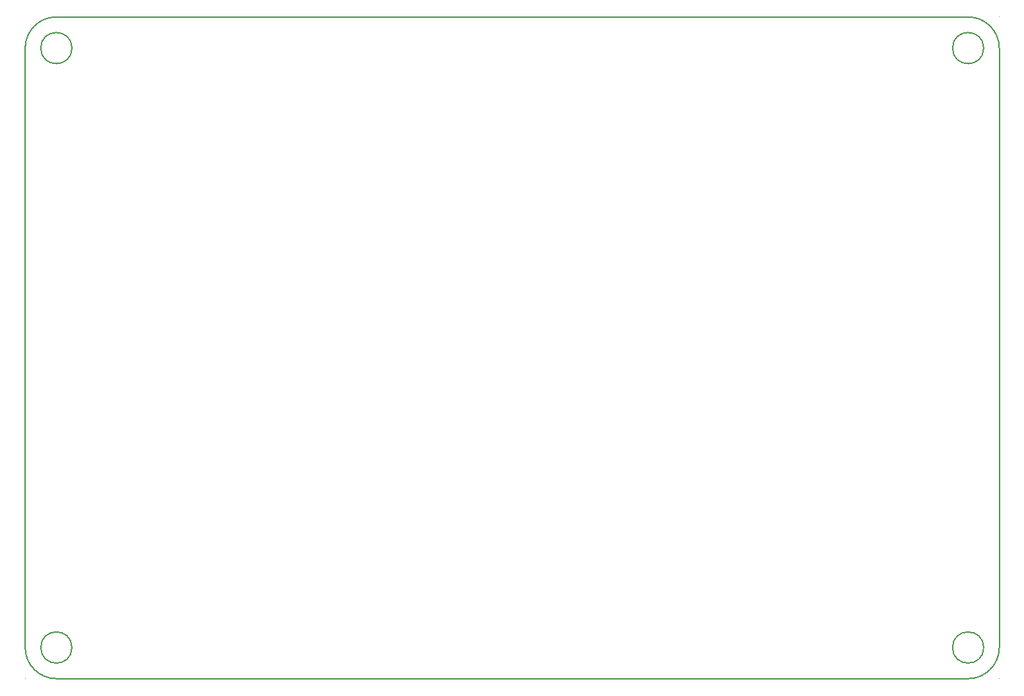
<source format=gbr>
%TF.GenerationSoftware,KiCad,Pcbnew,7.0.8*%
%TF.CreationDate,2023-10-25T17:14:19-06:00*%
%TF.ProjectId,GR-LRR-PCB,47522d4c-5252-42d5-9043-422e6b696361,rev?*%
%TF.SameCoordinates,Original*%
%TF.FileFunction,Profile,NP*%
%FSLAX46Y46*%
G04 Gerber Fmt 4.6, Leading zero omitted, Abs format (unit mm)*
G04 Created by KiCad (PCBNEW 7.0.8) date 2023-10-25 17:14:19*
%MOMM*%
%LPD*%
G01*
G04 APERTURE LIST*
%TA.AperFunction,Profile*%
%ADD10C,0.200000*%
%TD*%
%TA.AperFunction,Profile*%
%ADD11C,0.010050*%
%TD*%
G04 APERTURE END LIST*
D10*
X70840600Y-129793400D02*
X70840600Y-52793400D01*
X74840600Y-48793400D02*
G75*
G03*
X70840600Y-52793400I0J-4000000D01*
G01*
X195840600Y-52793400D02*
G75*
G03*
X191840600Y-48793400I-4000000J0D01*
G01*
X74840600Y-133793400D02*
X191840600Y-133793400D01*
X70840600Y-129793400D02*
G75*
G03*
X74840600Y-133793400I4000000J0D01*
G01*
X76840600Y-52793400D02*
G75*
G03*
X76840600Y-52793400I-2000000J0D01*
G01*
X76840600Y-129793400D02*
G75*
G03*
X76840600Y-129793400I-2000000J0D01*
G01*
D11*
X195845625Y-48793400D02*
G75*
G03*
X195845625Y-48793400I-5025J0D01*
G01*
D10*
X193840600Y-129793400D02*
G75*
G03*
X193840600Y-129793400I-2000000J0D01*
G01*
X191840600Y-133793400D02*
G75*
G03*
X195840600Y-129793400I0J4000000D01*
G01*
X74840600Y-48793400D02*
X191840600Y-48793400D01*
D11*
X70845625Y-48793400D02*
G75*
G03*
X70845625Y-48793400I-5025J0D01*
G01*
D10*
X195840600Y-129793400D02*
X195840600Y-52793400D01*
D11*
X195845625Y-133793400D02*
G75*
G03*
X195845625Y-133793400I-5025J0D01*
G01*
X70845625Y-133793400D02*
G75*
G03*
X70845625Y-133793400I-5025J0D01*
G01*
D10*
X193840600Y-52793400D02*
G75*
G03*
X193840600Y-52793400I-2000000J0D01*
G01*
M02*

</source>
